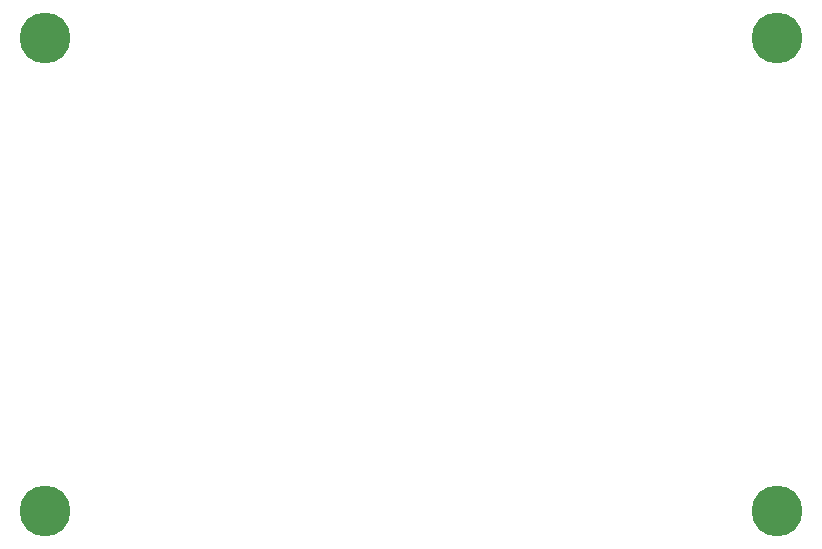
<source format=gbr>
%TF.GenerationSoftware,KiCad,Pcbnew,(6.0.8)*%
%TF.CreationDate,2023-02-08T15:15:48+01:00*%
%TF.ProjectId,power supply prototype,706f7765-7220-4737-9570-706c79207072,rev?*%
%TF.SameCoordinates,Original*%
%TF.FileFunction,NonPlated,1,4,NPTH,Drill*%
%TF.FilePolarity,Positive*%
%FSLAX46Y46*%
G04 Gerber Fmt 4.6, Leading zero omitted, Abs format (unit mm)*
G04 Created by KiCad (PCBNEW (6.0.8)) date 2023-02-08 15:15:48*
%MOMM*%
%LPD*%
G01*
G04 APERTURE LIST*
%TA.AperFunction,ComponentDrill*%
%ADD10C,4.300000*%
%TD*%
G04 APERTURE END LIST*
D10*
%TO.C,H2*%
X105000000Y-73000000D03*
%TO.C,H4*%
X105000000Y-113000000D03*
%TO.C,H3*%
X167000000Y-73000000D03*
%TO.C,H1*%
X167000000Y-113000000D03*
M02*

</source>
